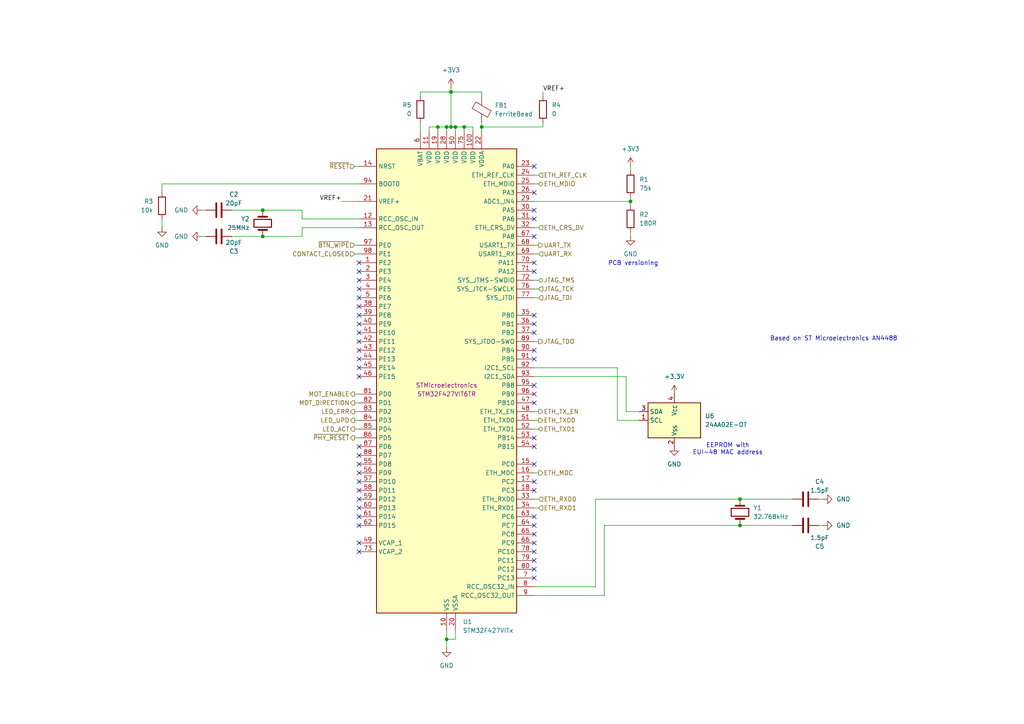
<source format=kicad_sch>
(kicad_sch (version 20250114) (generator "eeschema") (generator_version "9.0")
  (paper "A4")
  (title_block (title "iot-contact"))
  (lib_symbols
    (symbol "Device:C" (pin_numbers (hide yes)) (pin_names (offset 0.254))
      (property "Reference" "C" (at 0.635 2.54 0))
      (property "Value" "C" (at 0.635 -2.54 0))
      (symbol "C_0_1"
        (polyline (pts (xy -2.032 0.762) (xy 2.032 0.762)) (stroke (width 0.508)))
        (polyline (pts (xy -2.032 -0.762) (xy 2.032 -0.762)) (stroke (width 0.508)))
      )
      (symbol "C_1_1"
        (pin passive line (at 0 3.81 270) (length 2.794) (name "~") (number "1"))
        (pin passive line (at 0 -3.81 90) (length 2.794) (name "~") (number "2"))
      )
    )
    (symbol "Device:Crystal" (pin_numbers (hide yes)) (pin_names (offset 1.016) (hide yes))
      (property "Reference" "Y" (at 0 3.81 0))
      (property "Value" "Crystal" (at 0 -3.81 0))
      (symbol "Crystal_0_1"
        (polyline (pts (xy -2.54 0) (xy -1.905 0)))
        (polyline (pts (xy -1.905 -1.27) (xy -1.905 1.27)) (stroke (width 0.508)))
        (rectangle (start -1.143 2.54) (end 1.143 -2.54) (stroke (width 0.3048)))
        (polyline (pts (xy 1.905 -1.27) (xy 1.905 1.27)) (stroke (width 0.508)))
        (polyline (pts (xy 2.54 0) (xy 1.905 0)))
      )
      (symbol "Crystal_1_1"
        (pin passive line (at -3.81 0 0) (length 1.27) (name "1") (number "1"))
        (pin passive line (at 3.81 0 180) (length 1.27) (name "2") (number "2"))
      )
    )
    (symbol "Device:FerriteBead" (pin_numbers (hide yes)) (pin_names (offset 0))
      (property "Reference" "FB" (at -3.81 0.635 90))
      (property "Value" "FerriteBead" (at 3.81 0 90))
      (symbol "FerriteBead_0_1"
        (polyline (pts (xy -2.7686 0.4064) (xy -1.7018 2.2606) (xy 2.7686 -0.3048) (xy 1.6764 -2.159) (xy -2.7686 0.4064)))
        (polyline (pts (xy 0 1.27) (xy 0 1.2954)))
        (polyline (pts (xy 0 -1.27) (xy 0 -1.2192)))
      )
      (symbol "FerriteBead_1_1"
        (pin passive line (at 0 3.81 270) (length 2.54) (name "~") (number "1"))
        (pin passive line (at 0 -3.81 90) (length 2.54) (name "~") (number "2"))
      )
    )
    (symbol "Device:R" (pin_numbers (hide yes)) (pin_names (offset 0))
      (property "Reference" "R" (at 2.032 0 90))
      (property "Value" "R" (at 0 0 90))
      (symbol "R_0_1"
        (rectangle (start -1.016 -2.54) (end 1.016 2.54) (stroke (width 0.254)))
      )
      (symbol "R_1_1"
        (pin passive line (at 0 3.81 270) (length 1.27) (name "~") (number "1"))
        (pin passive line (at 0 -3.81 90) (length 1.27) (name "~") (number "2"))
      )
    )
    (symbol "MCU_ST_STM32F4:STM32F427VITx"
      (property "Reference" "U" (at -20.32 69.85 0))
      (property "Value" "STM32F427VITx" (at 12.7 69.85 0))
      (symbol "STM32F427VITx_0_1"
        (rectangle (start -20.32 -66.04) (end 20.32 68.58) (stroke (width 0.254)) (fill (type background)))
      )
      (symbol "STM32F427VITx_1_1"
        (pin input line (at -25.4 63.5 0) (length 5.08) (name "NRST") (number "14"))
        (pin input line (at -25.4 58.42 0) (length 5.08) (name "BOOT0") (number "94"))
        (pin input line (at -25.4 53.34 0) (length 5.08) (name "VREF+") (number "21"))
        (pin bidirectional line (at -25.4 48.26 0) (length 5.08) (name "PH0") (number "12") (alternate "RCC_OSC_IN" bidirectional line))
        (pin bidirectional line (at -25.4 45.72 0) (length 5.08) (name "PH1") (number "13") (alternate "RCC_OSC_OUT" bidirectional line))
        (pin bidirectional line (at -25.4 40.64 0) (length 5.08) (name "PE0") (number "97"))
        (pin bidirectional line (at -25.4 38.1 0) (length 5.08) (name "PE1") (number "98"))
        (pin bidirectional line (at -25.4 35.56 0) (length 5.08) (name "PE2") (number "1"))
        (pin bidirectional line (at -25.4 33.02 0) (length 5.08) (name "PE3") (number "2"))
        (pin bidirectional line (at -25.4 30.48 0) (length 5.08) (name "PE4") (number "3"))
        (pin bidirectional line (at -25.4 27.94 0) (length 5.08) (name "PE5") (number "4"))
        (pin bidirectional line (at -25.4 25.4 0) (length 5.08) (name "PE6") (number "5"))
        (pin bidirectional line (at -25.4 22.86 0) (length 5.08) (name "PE7") (number "38"))
        (pin bidirectional line (at -25.4 20.32 0) (length 5.08) (name "PE8") (number "39"))
        (pin bidirectional line (at -25.4 17.78 0) (length 5.08) (name "PE9") (number "40"))
        (pin bidirectional line (at -25.4 15.24 0) (length 5.08) (name "PE10") (number "41"))
        (pin bidirectional line (at -25.4 12.7 0) (length 5.08) (name "PE11") (number "42"))
        (pin bidirectional line (at -25.4 10.16 0) (length 5.08) (name "PE12") (number "43"))
        (pin bidirectional line (at -25.4 7.62 0) (length 5.08) (name "PE13") (number "44"))
        (pin bidirectional line (at -25.4 5.08 0) (length 5.08) (name "PE14") (number "45"))
        (pin bidirectional line (at -25.4 2.54 0) (length 5.08) (name "PE15") (number "46"))
        (pin bidirectional line (at -25.4 -2.54 0) (length 5.08) (name "PD0") (number "81"))
        (pin bidirectional line (at -25.4 -5.08 0) (length 5.08) (name "PD1") (number "82"))
        (pin bidirectional line (at -25.4 -7.62 0) (length 5.08) (name "PD2") (number "83"))
        (pin bidirectional line (at -25.4 -10.16 0) (length 5.08) (name "PD3") (number "84"))
        (pin bidirectional line (at -25.4 -12.7 0) (length 5.08) (name "PD4") (number "85"))
        (pin bidirectional line (at -25.4 -15.24 0) (length 5.08) (name "PD5") (number "86"))
        (pin bidirectional line (at -25.4 -17.78 0) (length 5.08) (name "PD6") (number "87"))
        (pin bidirectional line (at -25.4 -20.32 0) (length 5.08) (name "PD7") (number "88"))
        (pin bidirectional line (at -25.4 -22.86 0) (length 5.08) (name "PD8") (number "55"))
        (pin bidirectional line (at -25.4 -25.4 0) (length 5.08) (name "PD9") (number "56"))
        (pin bidirectional line (at -25.4 -27.94 0) (length 5.08) (name "PD10") (number "57"))
        (pin bidirectional line (at -25.4 -30.48 0) (length 5.08) (name "PD11") (number "58"))
        (pin bidirectional line (at -25.4 -33.02 0) (length 5.08) (name "PD12") (number "59"))
        (pin bidirectional line (at -25.4 -35.56 0) (length 5.08) (name "PD13") (number "60"))
        (pin bidirectional line (at -25.4 -38.1 0) (length 5.08) (name "PD14") (number "61"))
        (pin bidirectional line (at -25.4 -40.64 0) (length 5.08) (name "PD15") (number "62"))
        (pin power_out line (at -25.4 -45.72 0) (length 5.08) (name "VCAP_1") (number "49"))
        (pin power_out line (at -25.4 -48.26 0) (length 5.08) (name "VCAP_2") (number "73"))
        (pin power_in line (at -7.62 73.66 270) (length 5.08) (name "VBAT") (number "6"))
        (pin power_in line (at -5.08 73.66 270) (length 5.08) (name "VDD") (number "11"))
        (pin power_in line (at -2.54 73.66 270) (length 5.08) (name "VDD") (number "19"))
        (pin power_in line (at 0 73.66 270) (length 5.08) (name "VDD") (number "28"))
        (pin power_in line (at 0 -71.12 90) (length 5.08) (name "VSS") (number "10"))
        (pin passive line (at 0 -71.12 90) (length 5.08) (hide yes) (name "VSS") (number "27"))
        (pin passive line (at 0 -71.12 90) (length 5.08) (hide yes) (name "VSS") (number "74"))
        (pin passive line (at 0 -71.12 90) (length 5.08) (hide yes) (name "VSS") (number "99"))
        (pin power_in line (at 2.54 73.66 270) (length 5.08) (name "VDD") (number "50"))
        (pin power_in line (at 2.54 -71.12 90) (length 5.08) (name "VSSA") (number "20"))
        (pin power_in line (at 5.08 73.66 270) (length 5.08) (name "VDD") (number "75"))
        (pin power_in line (at 7.62 73.66 270) (length 5.08) (name "VDD") (number "100"))
        (pin power_in line (at 10.16 73.66 270) (length 5.08) (name "VDDA") (number "22"))
        (pin bidirectional line (at 25.4 63.5 180) (length 5.08) (name "PA0") (number "23"))
        (pin bidirectional line (at 25.4 60.96 180) (length 5.08) (name "PA1") (number "24") (alternate "ETH_REF_CLK" bidirectional line))
        (pin bidirectional line (at 25.4 58.42 180) (length 5.08) (name "PA2") (number "25") (alternate "ETH_MDIO" bidirectional line))
        (pin bidirectional line (at 25.4 55.88 180) (length 5.08) (name "PA3") (number "26"))
        (pin bidirectional line (at 25.4 53.34 180) (length 5.08) (name "PA4") (number "29") (alternate "ADC1_IN4" bidirectional line))
        (pin bidirectional line (at 25.4 50.8 180) (length 5.08) (name "PA5") (number "30"))
        (pin bidirectional line (at 25.4 48.26 180) (length 5.08) (name "PA6") (number "31"))
        (pin bidirectional line (at 25.4 45.72 180) (length 5.08) (name "PA7") (number "32") (alternate "ETH_CRS_DV" bidirectional line))
        (pin bidirectional line (at 25.4 43.18 180) (length 5.08) (name "PA8") (number "67"))
        (pin bidirectional line (at 25.4 40.64 180) (length 5.08) (name "PA9") (number "68") (alternate "USART1_TX" bidirectional line))
        (pin bidirectional line (at 25.4 38.1 180) (length 5.08) (name "PA10") (number "69") (alternate "USART1_RX" bidirectional line))
        (pin bidirectional line (at 25.4 35.56 180) (length 5.08) (name "PA11") (number "70"))
        (pin bidirectional line (at 25.4 33.02 180) (length 5.08) (name "PA12") (number "71"))
        (pin bidirectional line (at 25.4 30.48 180) (length 5.08) (name "PA13") (number "72") (alternate "SYS_JTMS-SWDIO" bidirectional line))
        (pin bidirectional line (at 25.4 27.94 180) (length 5.08) (name "PA14") (number "76") (alternate "SYS_JTCK-SWCLK" bidirectional line))
        (pin bidirectional line (at 25.4 25.4 180) (length 5.08) (name "PA15") (number "77") (alternate "SYS_JTDI" bidirectional line))
        (pin bidirectional line (at 25.4 20.32 180) (length 5.08) (name "PB0") (number "35"))
        (pin bidirectional line (at 25.4 17.78 180) (length 5.08) (name "PB1") (number "36"))
        (pin bidirectional line (at 25.4 15.24 180) (length 5.08) (name "PB2") (number "37"))
        (pin bidirectional line (at 25.4 12.7 180) (length 5.08) (name "PB3") (number "89") (alternate "SYS_JTDO-SWO" bidirectional line))
        (pin bidirectional line (at 25.4 10.16 180) (length 5.08) (name "PB4") (number "90"))
        (pin bidirectional line (at 25.4 7.62 180) (length 5.08) (name "PB5") (number "91"))
        (pin bidirectional line (at 25.4 5.08 180) (length 5.08) (name "PB6") (number "92") (alternate "I2C1_SCL" bidirectional line) (alternate "USART1_TX" bidirectional line))
        (pin bidirectional line (at 25.4 2.54 180) (length 5.08) (name "PB7") (number "93") (alternate "I2C1_SDA" bidirectional line) (alternate "USART1_RX" bidirectional line))
        (pin bidirectional line (at 25.4 0 180) (length 5.08) (name "PB8") (number "95") (alternate "I2C1_SCL" bidirectional line))
        (pin bidirectional line (at 25.4 -2.54 180) (length 5.08) (name "PB9") (number "96") (alternate "I2C1_SDA" bidirectional line))
        (pin bidirectional line (at 25.4 -5.08 180) (length 5.08) (name "PB10") (number "47"))
        (pin bidirectional line (at 25.4 -7.62 180) (length 5.08) (name "PB11") (number "48") (alternate "ETH_TX_EN" bidirectional line))
        (pin bidirectional line (at 25.4 -10.16 180) (length 5.08) (name "PB12") (number "51") (alternate "ETH_TXD0" bidirectional line))
        (pin bidirectional line (at 25.4 -12.7 180) (length 5.08) (name "PB13") (number "52") (alternate "ETH_TXD1" bidirectional line))
        (pin bidirectional line (at 25.4 -15.24 180) (length 5.08) (name "PB14") (number "53"))
        (pin bidirectional line (at 25.4 -17.78 180) (length 5.08) (name "PB15") (number "54"))
        (pin bidirectional line (at 25.4 -22.86 180) (length 5.08) (name "PC0") (number "15"))
        (pin bidirectional line (at 25.4 -25.4 180) (length 5.08) (name "PC1") (number "16") (alternate "ETH_MDC" bidirectional line))
        (pin bidirectional line (at 25.4 -27.94 180) (length 5.08) (name "PC2") (number "17"))
        (pin bidirectional line (at 25.4 -30.48 180) (length 5.08) (name "PC3") (number "18"))
        (pin bidirectional line (at 25.4 -33.02 180) (length 5.08) (name "PC4") (number "33") (alternate "ETH_RXD0" bidirectional line))
        (pin bidirectional line (at 25.4 -35.56 180) (length 5.08) (name "PC5") (number "34") (alternate "ETH_RXD1" bidirectional line))
        (pin bidirectional line (at 25.4 -38.1 180) (length 5.08) (name "PC6") (number "63"))
        (pin bidirectional line (at 25.4 -40.64 180) (length 5.08) (name "PC7") (number "64"))
        (pin bidirectional line (at 25.4 -43.18 180) (length 5.08) (name "PC8") (number "65"))
        (pin bidirectional line (at 25.4 -45.72 180) (length 5.08) (name "PC9") (number "66"))
        (pin bidirectional line (at 25.4 -48.26 180) (length 5.08) (name "PC10") (number "78"))
        (pin bidirectional line (at 25.4 -50.8 180) (length 5.08) (name "PC11") (number "79"))
        (pin bidirectional line (at 25.4 -53.34 180) (length 5.08) (name "PC12") (number "80"))
        (pin bidirectional line (at 25.4 -55.88 180) (length 5.08) (name "PC13") (number "7"))
        (pin bidirectional line (at 25.4 -58.42 180) (length 5.08) (name "PC14") (number "8") (alternate "RCC_OSC32_IN" bidirectional line))
        (pin bidirectional line (at 25.4 -60.96 180) (length 5.08) (name "PC15") (number "9") (alternate "RCC_OSC32_OUT" bidirectional line))
      )
    )
    (symbol "Memory_EEPROM:24AA02E-OT"
      (property "Reference" "U" (at -7.62 6.35 0))
      (property "Value" "24AA02E-OT" (at 2.54 -6.35 0))
      (symbol "24AA02E-OT_1_1"
        (rectangle (start -7.62 5.08) (end 7.62 -5.08) (stroke (width 0.254)) (fill (type background)))
        (pin no_connect line (at -10.16 0 0) (length 2.54) (hide yes) (name "NC") (number "5"))
        (pin power_in line (at 0 7.62 270) (length 2.54) (name "V_{CC}") (number "4"))
        (pin power_in line (at 0 -7.62 90) (length 2.54) (name "V_{SS}") (number "2"))
        (pin bidirectional line (at 10.16 2.54 180) (length 2.54) (name "SDA") (number "3"))
        (pin input line (at 10.16 0 180) (length 2.54) (name "SCL") (number "1"))
      )
    )
    (symbol "power:+3.3V" (power) (pin_numbers (hide yes)) (pin_names (offset 0) (hide yes))
      (property "Value" "+3.3V" (at 0 3.556 0))
      (symbol "+3.3V_0_1"
        (polyline (pts (xy -0.762 1.27) (xy 0 2.54)))
        (polyline (pts (xy 0 2.54) (xy 0.762 1.27)))
        (polyline (pts (xy 0 0) (xy 0 2.54)))
      )
      (symbol "+3.3V_1_1"
        (pin power_in line (at 0 0 90) (length 0) (name "~") (number "1"))
      )
    )
    (symbol "power:+3V3" (power) (pin_numbers (hide yes)) (pin_names (offset 0) (hide yes))
      (property "Value" "+3V3" (at 0 3.556 0))
      (symbol "+3V3_0_1"
        (polyline (pts (xy -0.762 1.27) (xy 0 2.54)))
        (polyline (pts (xy 0 2.54) (xy 0.762 1.27)))
        (polyline (pts (xy 0 0) (xy 0 2.54)))
      )
      (symbol "+3V3_1_1"
        (pin power_in line (at 0 0 90) (length 0) (name "~") (number "1"))
      )
    )
    (symbol "power:GND" (power) (pin_numbers (hide yes)) (pin_names (offset 0) (hide yes))
      (property "Value" "GND" (at 0 -3.81 0))
      (symbol "GND_0_1"
        (polyline (pts (xy 0 0) (xy 0 -1.27) (xy 1.27 -1.27) (xy 0 -2.54) (xy -1.27 -1.27) (xy 0 -1.27)))
      )
      (symbol "GND_1_1"
        (pin power_in line (at 0 0 270) (length 0) (name "~") (number "1"))
      )
    )
  )
  (text "PCB versioning" (at 183.642 76.454 0) (effects (font (size 1.27 1.27))))
  (text "EEPROM with\nEUI-48 MAC address" (at 211.074 130.302 0) (effects (font (size 1.27 1.27))))
  (text "Based on ST Microelectronics AN4488" (at 241.808 98.298 0) (effects (font (size 1.27 1.27))))
  (junction (at 130.81 26.67))
  (junction (at 129.54 185.42))
  (junction (at 132.08 36.83))
  (junction (at 76.2 68.58))
  (junction (at 214.63 144.78))
  (junction (at 139.7 36.83))
  (junction (at 214.63 152.4))
  (junction (at 129.54 36.83))
  (junction (at 130.81 36.83))
  (junction (at 182.88 58.42))
  (junction (at 127 36.83))
  (junction (at 134.62 36.83))
  (junction (at 76.2 60.96))
  (no_connect (at 154.94 149.86))
  (no_connect (at 104.14 88.9))
  (no_connect (at 104.14 152.4))
  (no_connect (at 154.94 114.3))
  (no_connect (at 154.94 142.24))
  (no_connect (at 104.14 160.02))
  (no_connect (at 154.94 167.64))
  (no_connect (at 104.14 149.86))
  (no_connect (at 104.14 132.08))
  (no_connect (at 104.14 142.24))
  (no_connect (at 154.94 139.7))
  (no_connect (at 154.94 127))
  (no_connect (at 104.14 101.6))
  (no_connect (at 154.94 76.2))
  (no_connect (at 154.94 96.52))
  (no_connect (at 104.14 91.44))
  (no_connect (at 154.94 129.54))
  (no_connect (at 104.14 144.78))
  (no_connect (at 154.94 55.88))
  (no_connect (at 104.14 137.16))
  (no_connect (at 104.14 81.28))
  (no_connect (at 104.14 139.7))
  (no_connect (at 104.14 109.22))
  (no_connect (at 154.94 78.74))
  (no_connect (at 154.94 91.44))
  (no_connect (at 104.14 134.62))
  (no_connect (at 154.94 134.62))
  (no_connect (at 104.14 76.2))
  (no_connect (at 104.14 157.48))
  (no_connect (at 154.94 162.56))
  (no_connect (at 104.14 93.98))
  (no_connect (at 154.94 157.48))
  (no_connect (at 154.94 93.98))
  (no_connect (at 154.94 60.96))
  (no_connect (at 154.94 104.14))
  (no_connect (at 154.94 101.6))
  (no_connect (at 104.14 147.32))
  (no_connect (at 154.94 63.5))
  (no_connect (at 104.14 86.36))
  (no_connect (at 104.14 83.82))
  (no_connect (at 104.14 104.14))
  (no_connect (at 154.94 160.02))
  (no_connect (at 154.94 68.58))
  (no_connect (at 154.94 154.94))
  (no_connect (at 154.94 48.26))
  (no_connect (at 154.94 111.76))
  (no_connect (at 154.94 165.1))
  (no_connect (at 104.14 129.54))
  (no_connect (at 104.14 78.74))
  (no_connect (at 104.14 106.68))
  (no_connect (at 104.14 96.52))
  (no_connect (at 154.94 152.4))
  (no_connect (at 154.94 116.84))
  (no_connect (at 104.14 99.06))
  (wire (pts (xy 134.62 38.1) (xy 134.62 36.83)))
  (wire (pts (xy 154.94 50.8) (xy 156.21 50.8)))
  (wire (pts (xy 46.99 63.5) (xy 46.99 66.04)))
  (wire (pts (xy 154.94 119.38) (xy 156.21 119.38)))
  (wire (pts (xy 127 36.83) (xy 127 38.1)))
  (wire (pts (xy 102.87 127) (xy 104.14 127)))
  (wire (pts (xy 137.16 36.83) (xy 134.62 36.83)))
  (wire (pts (xy 132.08 182.88) (xy 132.08 185.42)))
  (wire (pts (xy 175.26 152.4) (xy 175.26 172.72)))
  (wire (pts (xy 175.26 172.72) (xy 154.94 172.72)))
  (wire (pts (xy 157.48 36.83) (xy 139.7 36.83)))
  (wire (pts (xy 172.72 170.18) (xy 172.72 144.78)))
  (wire (pts (xy 58.42 68.58) (xy 59.69 68.58)))
  (wire (pts (xy 137.16 38.1) (xy 137.16 36.83)))
  (wire (pts (xy 181.61 109.22) (xy 181.61 119.38)))
  (wire (pts (xy 182.88 57.15) (xy 182.88 58.42)))
  (wire (pts (xy 154.94 99.06) (xy 156.21 99.06)))
  (wire (pts (xy 182.88 67.31) (xy 182.88 68.58)))
  (wire (pts (xy 154.94 58.42) (xy 182.88 58.42)))
  (wire (pts (xy 87.63 68.58) (xy 76.2 68.58)))
  (wire (pts (xy 237.49 152.4) (xy 238.76 152.4)))
  (wire (pts (xy 99.06 58.42) (xy 104.14 58.42)))
  (wire (pts (xy 154.94 73.66) (xy 156.21 73.66)))
  (wire (pts (xy 87.63 66.04) (xy 87.63 68.58)))
  (wire (pts (xy 139.7 36.83) (xy 139.7 38.1)))
  (wire (pts (xy 154.94 137.16) (xy 156.21 137.16)))
  (wire (pts (xy 214.63 144.78) (xy 229.87 144.78)))
  (wire (pts (xy 130.81 26.67) (xy 130.81 25.4)))
  (wire (pts (xy 129.54 38.1) (xy 129.54 36.83)))
  (wire (pts (xy 102.87 48.26) (xy 104.14 48.26)))
  (wire (pts (xy 154.94 106.68) (xy 179.07 106.68)))
  (wire (pts (xy 154.94 124.46) (xy 156.21 124.46)))
  (wire (pts (xy 124.46 36.83) (xy 124.46 38.1)))
  (wire (pts (xy 179.07 106.68) (xy 179.07 121.92)))
  (wire (pts (xy 67.31 68.58) (xy 76.2 68.58)))
  (wire (pts (xy 58.42 60.96) (xy 59.69 60.96)))
  (wire (pts (xy 104.14 66.04) (xy 87.63 66.04)))
  (wire (pts (xy 139.7 27.94) (xy 139.7 26.67)))
  (wire (pts (xy 102.87 73.66) (xy 104.14 73.66)))
  (wire (pts (xy 157.48 26.67) (xy 157.48 27.94)))
  (wire (pts (xy 129.54 36.83) (xy 130.81 36.83)))
  (wire (pts (xy 154.94 109.22) (xy 181.61 109.22)))
  (wire (pts (xy 130.81 36.83) (xy 132.08 36.83)))
  (wire (pts (xy 139.7 35.56) (xy 139.7 36.83)))
  (wire (pts (xy 132.08 36.83) (xy 132.08 38.1)))
  (wire (pts (xy 182.88 48.26) (xy 182.88 49.53)))
  (wire (pts (xy 154.94 170.18) (xy 172.72 170.18)))
  (wire (pts (xy 157.48 35.56) (xy 157.48 36.83)))
  (wire (pts (xy 154.94 86.36) (xy 156.21 86.36)))
  (wire (pts (xy 127 36.83) (xy 124.46 36.83)))
  (wire (pts (xy 102.87 121.92) (xy 104.14 121.92)))
  (wire (pts (xy 154.94 81.28) (xy 156.21 81.28)))
  (wire (pts (xy 67.31 60.96) (xy 76.2 60.96)))
  (wire (pts (xy 102.87 124.46) (xy 104.14 124.46)))
  (wire (pts (xy 134.62 36.83) (xy 132.08 36.83)))
  (wire (pts (xy 154.94 144.78) (xy 156.21 144.78)))
  (wire (pts (xy 237.49 144.78) (xy 238.76 144.78)))
  (wire (pts (xy 102.87 114.3) (xy 104.14 114.3)))
  (wire (pts (xy 121.92 27.94) (xy 121.92 26.67)))
  (wire (pts (xy 139.7 26.67) (xy 130.81 26.67)))
  (wire (pts (xy 46.99 55.88) (xy 46.99 53.34)))
  (wire (pts (xy 182.88 58.42) (xy 182.88 59.69)))
  (wire (pts (xy 121.92 26.67) (xy 130.81 26.67)))
  (wire (pts (xy 104.14 63.5) (xy 87.63 63.5)))
  (wire (pts (xy 154.94 147.32) (xy 156.21 147.32)))
  (wire (pts (xy 172.72 144.78) (xy 214.63 144.78)))
  (wire (pts (xy 46.99 53.34) (xy 104.14 53.34)))
  (wire (pts (xy 129.54 185.42) (xy 129.54 187.96)))
  (wire (pts (xy 129.54 182.88) (xy 129.54 185.42)))
  (wire (pts (xy 87.63 63.5) (xy 87.63 60.96)))
  (wire (pts (xy 214.63 152.4) (xy 229.87 152.4)))
  (wire (pts (xy 154.94 66.04) (xy 156.21 66.04)))
  (wire (pts (xy 179.07 121.92) (xy 185.42 121.92)))
  (wire (pts (xy 130.81 36.83) (xy 130.81 26.67)))
  (wire (pts (xy 154.94 83.82) (xy 156.21 83.82)))
  (wire (pts (xy 181.61 119.38) (xy 185.42 119.38)))
  (wire (pts (xy 102.87 71.12) (xy 104.14 71.12)))
  (wire (pts (xy 154.94 121.92) (xy 156.21 121.92)))
  (wire (pts (xy 154.94 71.12) (xy 156.21 71.12)))
  (wire (pts (xy 121.92 35.56) (xy 121.92 38.1)))
  (wire (pts (xy 154.94 53.34) (xy 156.21 53.34)))
  (wire (pts (xy 87.63 60.96) (xy 76.2 60.96)))
  (wire (pts (xy 129.54 36.83) (xy 127 36.83)))
  (wire (pts (xy 214.63 152.4) (xy 175.26 152.4)))
  (wire (pts (xy 102.87 116.84) (xy 104.14 116.84)))
  (wire (pts (xy 132.08 185.42) (xy 129.54 185.42)))
  (wire (pts (xy 102.87 119.38) (xy 104.14 119.38)))
  (label "VREF+" (at 157.48 26.67 0))
  (label "VREF+" (at 99.06 58.42 180))
  (hierarchical_label "~{RESET}" (shape input) (at 102.87 48.26 180))
  (hierarchical_label "ETH_REF_CLK" (shape input) (at 156.21 50.8 0))
  (hierarchical_label "MOT_ENABLE" (shape output) (at 102.87 114.3 180))
  (hierarchical_label "UART_TX" (shape output) (at 156.21 71.12 0))
  (hierarchical_label "ETH_TXD1" (shape bidirectional) (at 156.21 124.46 0))
  (hierarchical_label "LED_UPD" (shape output) (at 102.87 121.92 180))
  (hierarchical_label "JTAG_TMS" (shape bidirectional) (at 156.21 81.28 0))
  (hierarchical_label "~{BTN_WIPE}" (shape input) (at 102.87 71.12 180))
  (hierarchical_label "JTAG_TDI" (shape input) (at 156.21 86.36 0))
  (hierarchical_label "LED_ACT" (shape output) (at 102.87 124.46 180))
  (hierarchical_label "MOT_DIRECTION" (shape output) (at 102.87 116.84 180))
  (hierarchical_label "ETH_RXD1" (shape input) (at 156.21 147.32 0))
  (hierarchical_label "JTAG_TCK" (shape input) (at 156.21 83.82 0))
  (hierarchical_label "ETH_CRS_DV" (shape input) (at 156.21 66.04 0))
  (hierarchical_label "ETH_TXD0" (shape output) (at 156.21 121.92 0))
  (hierarchical_label "ETH_TX_EN" (shape output) (at 156.21 119.38 0))
  (hierarchical_label "ETH_RXD0" (shape input) (at 156.21 144.78 0))
  (hierarchical_label "JTAG_TDO" (shape output) (at 156.21 99.06 0))
  (hierarchical_label "ETH_MDIO" (shape bidirectional) (at 156.21 53.34 0))
  (hierarchical_label "LED_ERR" (shape output) (at 102.87 119.38 180))
  (hierarchical_label "~{PHY_RESET}" (shape output) (at 102.87 127 180))
  (hierarchical_label "UART_RX" (shape input) (at 156.21 73.66 0))
  (hierarchical_label "ETH_MDC" (shape output) (at 156.21 137.16 0))
  (hierarchical_label "CONTACT_CLOSED" (shape input) (at 102.87 73.66 180))
  (symbol (lib_id "Memory_EEPROM:24AA02E-OT") (at 195.58 121.92 0) (mirror y) (unit 1)
    (property "Reference" "U6" (at 204.47 120.6499 0) (effects (justify right)))
    (property "Value" "24AA02E-OT" (at 204.47 123.1899 0) (effects (justify right)))
    (property "Footprint" "Package_TO_SOT_SMD:SOT-23-5" (effects (hide yes)))
    (property "Datasheet" "https://ww1.microchip.com/downloads/aemDocuments/documents/MPD/ProductDocuments/DataSheets/2-Kbit-I2C-Serial-EEPROMs-+EUI-48-or-EUI-64-Node-20002124.pdf" (effects (hide yes)))
    (property "Description" "I2C Serial EEPROM with EUI-48 or EUI-64, 2Kb, SOT-23-5" (effects (hide yes)))
  )
  (symbol (lib_id "Device:C") (at 63.5 60.96 90) (unit 1)
    (property "Reference" "C2" (at 67.818 56.388 90))
    (property "Value" "20pF" (at 67.818 58.928 90))
    (property "Description" "Unpolarized capacitor" (effects (hide yes)))
  )
  (symbol (lib_id "power:GND") (at 195.58 129.54 0) (mirror y) (unit 1)
    (property "Reference" "#PWR039" (effects (hide yes)))
    (property "Value" "GND" (at 195.58 134.62 0))
    (property "Description" "Power symbol creates a global label with name \"GND\" , ground" (effects (hide yes)))
  )
  (symbol (lib_id "Device:R") (at 182.88 63.5 0) (unit 1)
    (property "Reference" "R2" (at 185.42 62.2299 0) (effects (justify left)))
    (property "Value" "180R" (at 185.42 64.7699 0) (effects (justify left)))
    (property "Description" "Resistor" (effects (hide yes)))
  )
  (symbol (lib_id "Device:R") (at 46.99 59.69 0) (mirror y) (unit 1)
    (property "Reference" "R3" (at 44.45 58.4199 0) (effects (justify left)))
    (property "Value" "10k" (at 44.45 60.9599 0) (effects (justify left)))
    (property "Description" "Resistor" (effects (hide yes)))
  )
  (symbol (lib_id "power:GND") (at 58.42 68.58 270) (unit 1)
    (property "Reference" "#PWR016" (effects (hide yes)))
    (property "Value" "GND" (at 54.61 68.5799 90) (effects (justify right)))
    (property "Description" "Power symbol creates a global label with name \"GND\" , ground" (effects (hide yes)))
  )
  (symbol (lib_id "Device:R") (at 182.88 53.34 0) (unit 1)
    (property "Reference" "R1" (at 185.42 52.0699 0) (effects (justify left)))
    (property "Value" "75k" (at 185.42 54.6099 0) (effects (justify left)))
    (property "Description" "Resistor" (effects (hide yes)))
  )
  (symbol (lib_id "power:+3V3") (at 130.81 25.4 0) (unit 1)
    (property "Reference" "#PWR012" (effects (hide yes)))
    (property "Value" "+3V3" (at 130.81 20.32 0))
    (property "Description" "Power symbol creates a global label with name \"+3V3\"" (effects (hide yes)))
  )
  (symbol (lib_id "MCU_ST_STM32F4:STM32F427VITx") (at 129.54 111.76 0) (unit 1)
    (property "Reference" "U1" (at 134.2233 180.34 0) (effects (justify left)))
    (property "Value" "STM32F427VITx" (at 134.2233 182.88 0) (effects (justify left)))
    (property "Footprint" "Package_QFP:LQFP-100_14x14mm_P0.5mm" (effects (hide yes)))
    (property "Datasheet" "https://www.st.com/resource/en/datasheet/stm32f427vi.pdf" (effects (hide yes)))
    (property "Description" "STMicroelectronics Arm Cortex-M4 MCU, 2048KB flash, 256KB RAM, 180 MHz, 1.8-3.6V, 82 GPIO, LQFP100" (effects (hide yes)))
    (property "MPN" "STM32F427VIT6TR" (at 129.54 114.3 0))
    (property "Manufacturer" "STMicroelectronics" (at 129.54 111.76 0))
    (pin "92" (alternate "I2C1_SCL"))
    (pin "48" (alternate "ETH_TX_EN"))
    (pin "9" (alternate "RCC_OSC32_OUT"))
    (pin "8" (alternate "RCC_OSC32_IN"))
    (pin "76" (alternate "SYS_JTCK-SWCLK"))
    (pin "32" (alternate "ETH_CRS_DV"))
    (pin "77" (alternate "SYS_JTDI"))
    (pin "68" (alternate "USART1_TX"))
    (pin "72" (alternate "SYS_JTMS-SWDIO"))
    (pin "69" (alternate "USART1_RX"))
    (pin "33" (alternate "ETH_RXD0"))
    (pin "12" (alternate "RCC_OSC_IN"))
    (pin "13" (alternate "RCC_OSC_OUT"))
    (pin "52" (alternate "ETH_TXD1"))
    (pin "51" (alternate "ETH_TXD0"))
    (pin "89" (alternate "SYS_JTDO-SWO"))
    (pin "25" (alternate "ETH_MDIO"))
    (pin "24" (alternate "ETH_REF_CLK"))
    (pin "34" (alternate "ETH_RXD1"))
    (pin "93" (alternate "I2C1_SDA"))
    (pin "29" (alternate "ADC1_IN4"))
    (pin "16" (alternate "ETH_MDC"))
  )
  (symbol (lib_id "Device:C") (at 233.68 144.78 90) (unit 1)
    (property "Reference" "C4" (at 237.744 139.7 90))
    (property "Value" "1.5pF" (at 237.744 142.24 90))
    (property "Description" "Unpolarized capacitor" (effects (hide yes)))
  )
  (symbol (lib_id "power:GND") (at 58.42 60.96 270) (unit 1)
    (property "Reference" "#PWR015" (effects (hide yes)))
    (property "Value" "GND" (at 54.61 60.9599 90) (effects (justify right)))
    (property "Description" "Power symbol creates a global label with name \"GND\" , ground" (effects (hide yes)))
  )
  (symbol (lib_id "Device:Crystal") (at 214.63 148.59 90) (unit 1)
    (property "Reference" "Y1" (at 218.44 147.3199 90) (effects (justify right)))
    (property "Value" "32.768kHz" (at 218.44 149.8599 90) (effects (justify right)))
    (property "Description" "Two pin crystal" (effects (hide yes)))
  )
  (symbol (lib_id "power:GND") (at 46.99 66.04 0) (unit 1)
    (property "Reference" "#PWR014" (effects (hide yes)))
    (property "Value" "GND" (at 46.99 71.12 0))
    (property "Description" "Power symbol creates a global label with name \"GND\" , ground" (effects (hide yes)))
  )
  (symbol (lib_id "Device:R") (at 121.92 31.75 0) (mirror y) (unit 1)
    (property "Reference" "R5" (at 119.38 30.4799 0) (effects (justify left)))
    (property "Value" "0" (at 119.38 33.0199 0) (effects (justify left)))
    (property "Description" "Resistor" (effects (hide yes)))
  )
  (symbol (lib_id "power:+3V3") (at 182.88 48.26 0) (unit 1)
    (property "Reference" "#PWR09" (effects (hide yes)))
    (property "Value" "+3V3" (at 182.88 43.18 0))
    (property "Description" "Power symbol creates a global label with name \"+3V3\"" (effects (hide yes)))
  )
  (symbol (lib_id "Device:C") (at 233.68 152.4 90) (mirror x) (unit 1)
    (property "Reference" "C5" (at 237.744 158.496 90))
    (property "Value" "1.5pF" (at 237.744 155.956 90))
    (property "Description" "Unpolarized capacitor" (effects (hide yes)))
  )
  (symbol (lib_id "Device:C") (at 63.5 68.58 90) (mirror x) (unit 1)
    (property "Reference" "C3" (at 67.818 72.898 90))
    (property "Value" "20pF" (at 67.818 70.358 90))
    (property "Description" "Unpolarized capacitor" (effects (hide yes)))
  )
  (symbol (lib_id "Device:FerriteBead") (at 139.7 31.75 180) (unit 1)
    (property "Reference" "FB1" (at 143.51 30.5307 0) (effects (justify right)))
    (property "Value" "FerriteBead" (at 143.51 33.0707 0) (effects (justify right)))
    (property "Description" "Ferrite bead" (effects (hide yes)))
  )
  (symbol (lib_id "Device:Crystal") (at 76.2 64.77 270) (mirror x) (unit 1)
    (property "Reference" "Y2" (at 72.39 63.4999 90) (effects (justify right)))
    (property "Value" "25MHz" (at 72.39 66.0399 90) (effects (justify right)))
    (property "Description" "Two pin crystal" (effects (hide yes)))
  )
  (symbol (lib_id "power:GND") (at 182.88 68.58 0) (unit 1)
    (property "Reference" "#PWR010" (effects (hide yes)))
    (property "Value" "GND" (at 182.88 73.66 0))
    (property "Description" "Power symbol creates a global label with name \"GND\" , ground" (effects (hide yes)))
  )
  (symbol (lib_id "power:GND") (at 238.76 152.4 90) (unit 1)
    (property "Reference" "#PWR017" (effects (hide yes)))
    (property "Value" "GND" (at 242.57 152.3999 90) (effects (justify right)))
    (property "Description" "Power symbol creates a global label with name \"GND\" , ground" (effects (hide yes)))
  )
  (symbol (lib_id "power:GND") (at 129.54 187.96 0) (unit 1)
    (property "Reference" "#PWR011" (effects (hide yes)))
    (property "Value" "GND" (at 129.54 193.04 0))
    (property "Description" "Power symbol creates a global label with name \"GND\" , ground" (effects (hide yes)))
  )
  (symbol (lib_id "power:GND") (at 238.76 144.78 90) (unit 1)
    (property "Reference" "#PWR018" (effects (hide yes)))
    (property "Value" "GND" (at 242.57 144.7799 90) (effects (justify right)))
    (property "Description" "Power symbol creates a global label with name \"GND\" , ground" (effects (hide yes)))
  )
  (symbol (lib_id "Device:R") (at 157.48 31.75 0) (unit 1)
    (property "Reference" "R4" (at 160.02 30.4799 0) (effects (justify left)))
    (property "Value" "0" (at 160.02 33.0199 0) (effects (justify left)))
    (property "Description" "Resistor" (effects (hide yes)))
  )
  (symbol (lib_id "power:+3.3V") (at 195.58 114.3 0) (mirror y) (unit 1)
    (property "Reference" "#PWR040" (effects (hide yes)))
    (property "Value" "+3.3V" (at 195.58 109.22 0))
    (property "Description" "Power symbol creates a global label with name \"+3.3V\"" (effects (hide yes)))
  )
)
</source>
